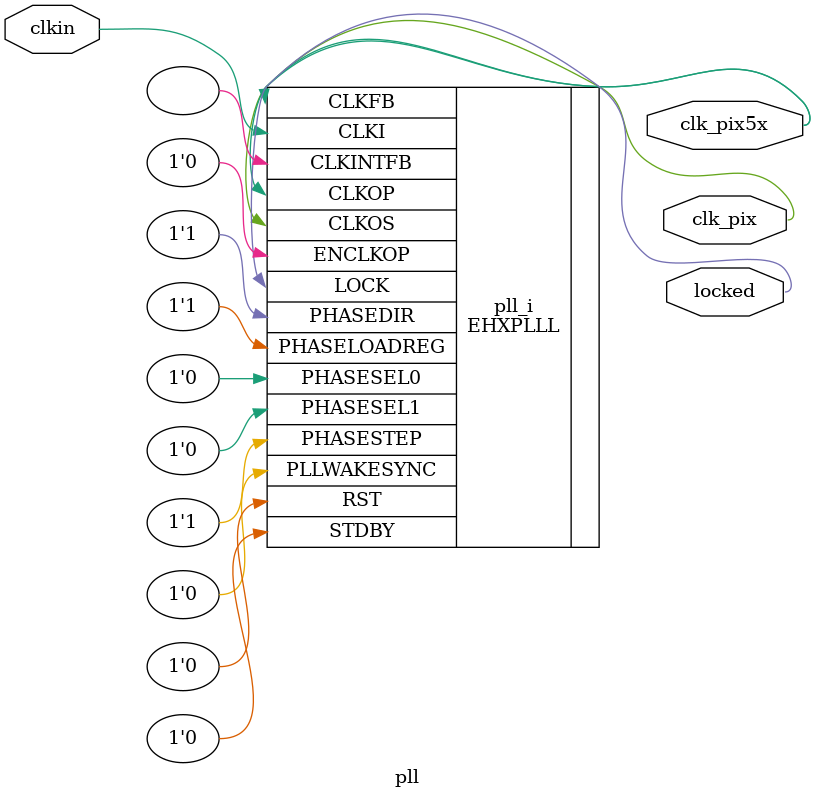
<source format=v>
module pll
(
    input clkin, // 25 MHz, 0 deg
    output clk_pix5x, // 300 MHz, 0 deg
    output clk_pix, // 60 MHz, 0 deg
    output locked
);
(* FREQUENCY_PIN_CLKI="25" *)
(* FREQUENCY_PIN_CLKOP="300" *)
(* FREQUENCY_PIN_CLKOS="60" *)
(* ICP_CURRENT="12" *) (* LPF_RESISTOR="8" *) (* MFG_ENABLE_FILTEROPAMP="1" *) (* MFG_GMCREF_SEL="2" *)
EHXPLLL #(
        .PLLRST_ENA("DISABLED"),
        .INTFB_WAKE("DISABLED"),
        .STDBY_ENABLE("DISABLED"),
        .DPHASE_SOURCE("DISABLED"),
        .OUTDIVIDER_MUXA("DIVA"),
        .OUTDIVIDER_MUXB("DIVB"),
        .OUTDIVIDER_MUXC("DIVC"),
        .OUTDIVIDER_MUXD("DIVD"),
        .CLKI_DIV(1),
        .CLKOP_ENABLE("ENABLED"),
        .CLKOP_DIV(2),
        .CLKOP_CPHASE(1),
        .CLKOP_FPHASE(0),
        .CLKOS_ENABLE("ENABLED"),
        .CLKOS_DIV(10),
        .CLKOS_CPHASE(1),
        .CLKOS_FPHASE(0),
        .FEEDBK_PATH("CLKOP"),
        .CLKFB_DIV(12)
    ) pll_i (
        .RST(1'b0),
        .STDBY(1'b0),
        .CLKI(clkin),
        .CLKOP(clk_pix5x),
        .CLKOS(clk_pix),
        .CLKFB(clk_pix5x),
        .CLKINTFB(),
        .PHASESEL0(1'b0),
        .PHASESEL1(1'b0),
        .PHASEDIR(1'b1),
        .PHASESTEP(1'b1),
        .PHASELOADREG(1'b1),
        .PLLWAKESYNC(1'b0),
        .ENCLKOP(1'b0),
        .LOCK(locked)
	);
endmodule

</source>
